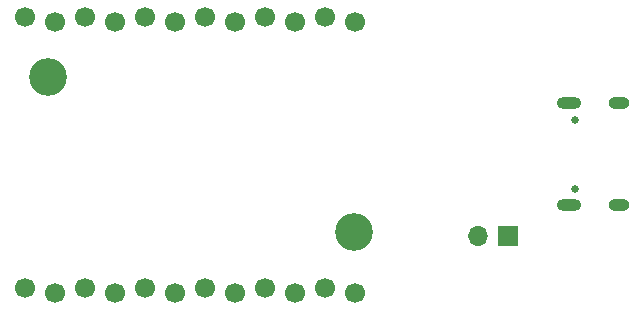
<source format=gbs>
G04 #@! TF.GenerationSoftware,KiCad,Pcbnew,8.0.1-8.0.1-1~ubuntu22.04.1*
G04 #@! TF.CreationDate,2024-09-21T11:56:38+02:00*
G04 #@! TF.ProjectId,NerdNOS,4e657264-4e4f-4532-9e6b-696361645f70,rev?*
G04 #@! TF.SameCoordinates,Original*
G04 #@! TF.FileFunction,Soldermask,Bot*
G04 #@! TF.FilePolarity,Negative*
%FSLAX46Y46*%
G04 Gerber Fmt 4.6, Leading zero omitted, Abs format (unit mm)*
G04 Created by KiCad (PCBNEW 8.0.1-8.0.1-1~ubuntu22.04.1) date 2024-09-21 11:56:38*
%MOMM*%
%LPD*%
G01*
G04 APERTURE LIST*
%ADD10R,1.700000X1.700000*%
%ADD11O,1.700000X1.700000*%
%ADD12C,0.650000*%
%ADD13O,2.100000X1.000000*%
%ADD14O,1.800000X1.000000*%
%ADD15C,3.200000*%
%ADD16C,1.700000*%
G04 APERTURE END LIST*
D10*
X130340000Y-73100000D03*
D11*
X127800000Y-73100000D03*
D12*
X135985000Y-69080000D03*
X135985000Y-63300000D03*
D13*
X135485000Y-70510000D03*
D14*
X139665000Y-70510000D03*
D13*
X135485000Y-61870000D03*
D14*
X139665000Y-61870000D03*
D15*
X117230000Y-72760000D03*
X91370000Y-59640000D03*
D16*
X89440000Y-77490000D03*
X91980000Y-77890000D03*
X94520000Y-77490000D03*
X97060000Y-77890000D03*
X99600000Y-77490000D03*
X102140000Y-77890000D03*
X104680000Y-77490000D03*
X107220000Y-77890000D03*
X109760000Y-77490000D03*
X112300000Y-77890000D03*
X114840000Y-77490000D03*
X117380000Y-77890000D03*
X117380000Y-54970000D03*
X114840000Y-54570000D03*
X112300000Y-54970000D03*
X109760000Y-54570000D03*
X107220000Y-54970000D03*
X104680000Y-54570000D03*
X102140000Y-54970000D03*
X99600000Y-54570000D03*
X97060000Y-54970000D03*
X94520000Y-54570000D03*
X91980000Y-54970000D03*
X89440000Y-54570000D03*
M02*

</source>
